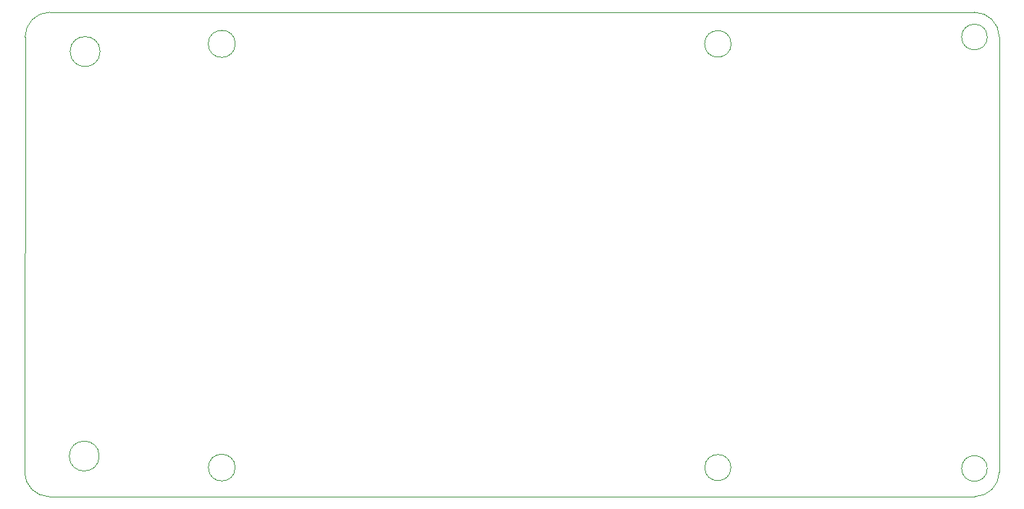
<source format=gbr>
G04 #@! TF.GenerationSoftware,KiCad,Pcbnew,8.0.1*
G04 #@! TF.CreationDate,2024-05-09T19:23:35+02:00*
G04 #@! TF.ProjectId,FluCom5,466c7543-6f6d-4352-9e6b-696361645f70,5.1*
G04 #@! TF.SameCoordinates,Original*
G04 #@! TF.FileFunction,Profile,NP*
%FSLAX46Y46*%
G04 Gerber Fmt 4.6, Leading zero omitted, Abs format (unit mm)*
G04 Created by KiCad (PCBNEW 8.0.1) date 2024-05-09 19:23:35*
%MOMM*%
%LPD*%
G01*
G04 APERTURE LIST*
G04 #@! TA.AperFunction,Profile*
%ADD10C,0.050000*%
G04 #@! TD*
G04 APERTURE END LIST*
D10*
X80099944Y-140398335D02*
X138000000Y-140400000D01*
X59850000Y-140400000D02*
G75*
G02*
X56950000Y-137500000I0J2900000D01*
G01*
X74050000Y-140400000D02*
X59850000Y-140400000D01*
X59900000Y-83750000D02*
X168000000Y-83750000D01*
X170900000Y-137500000D02*
G75*
G02*
X168000000Y-140400000I-2900000J0D01*
G01*
X169500000Y-137100000D02*
G75*
G02*
X166500000Y-137100000I-1500000J0D01*
G01*
X166500000Y-137100000D02*
G75*
G02*
X169500000Y-137100000I1500000J0D01*
G01*
X170900000Y-137100000D02*
X170900000Y-137500000D01*
X81581139Y-87450000D02*
G75*
G02*
X78418861Y-87450000I-1581139J0D01*
G01*
X78418861Y-87450000D02*
G75*
G02*
X81581139Y-87450000I1581139J0D01*
G01*
X74050000Y-140400000D02*
X80099944Y-140398335D01*
X65675000Y-135650000D02*
G75*
G02*
X62175000Y-135650000I-1750000J0D01*
G01*
X62175000Y-135650000D02*
G75*
G02*
X65675000Y-135650000I1750000J0D01*
G01*
X168000000Y-83750000D02*
G75*
G02*
X170900000Y-86650000I0J-2900000D01*
G01*
X57000000Y-86650000D02*
G75*
G02*
X59900000Y-83750000I2900000J0D01*
G01*
X81565248Y-137000000D02*
G75*
G02*
X78434752Y-137000000I-1565248J0D01*
G01*
X78434752Y-137000000D02*
G75*
G02*
X81565248Y-137000000I1565248J0D01*
G01*
X139526434Y-137000000D02*
G75*
G02*
X136473566Y-137000000I-1526434J0D01*
G01*
X136473566Y-137000000D02*
G75*
G02*
X139526434Y-137000000I1526434J0D01*
G01*
X57000000Y-86650000D02*
X56950000Y-137500000D01*
X170900000Y-137100000D02*
X170900000Y-86650000D01*
X138000000Y-140400000D02*
X168000000Y-140400000D01*
X169500000Y-86650000D02*
G75*
G02*
X166500000Y-86650000I-1500000J0D01*
G01*
X166500000Y-86650000D02*
G75*
G02*
X169500000Y-86650000I1500000J0D01*
G01*
X139552417Y-87450000D02*
G75*
G02*
X136447583Y-87450000I-1552417J0D01*
G01*
X136447583Y-87450000D02*
G75*
G02*
X139552417Y-87450000I1552417J0D01*
G01*
X65775000Y-88350000D02*
G75*
G02*
X62275000Y-88350000I-1750000J0D01*
G01*
X62275000Y-88350000D02*
G75*
G02*
X65775000Y-88350000I1750000J0D01*
G01*
M02*

</source>
